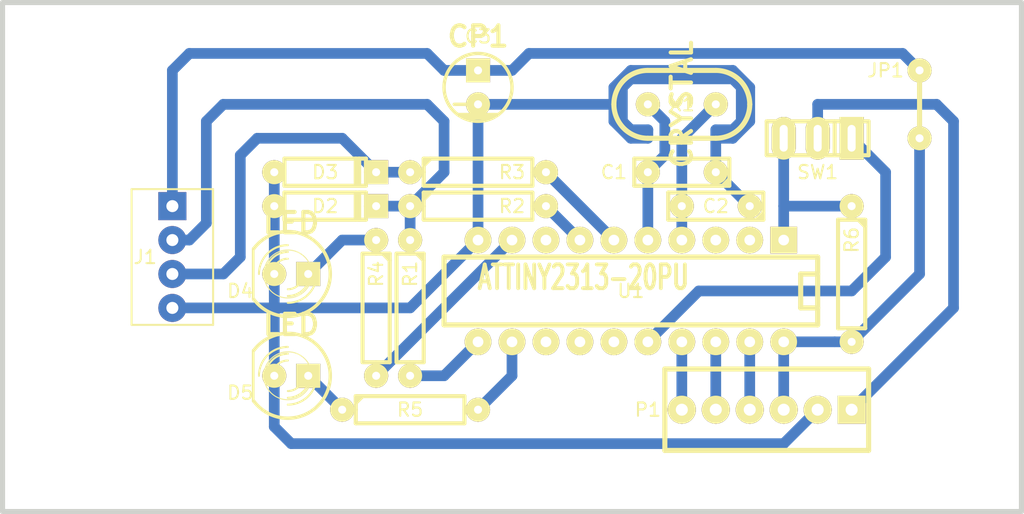
<source format=kicad_pcb>
(kicad_pcb (version 20211014) (generator pcbnew)
  (title_block (date "2014-07-08"))
  (layers (0 "F.Cu" signal "Front") (31 "B.Cu" signal "Cuivre") (34 "B.Paste" user) (35 "F.Paste" user) (36 "B.SilkS" user "B.Silkscreen") (37 "F.SilkS" user "F.Silkscreen") (38 "B.Mask" user) (39 "F.Mask" user) (44 "Edge.Cuts" user))
  (net 0 "")
  (net 1 "Net-(C1-Pad1)")
  (net 2 "Net-(C1-Pad2)")
  (net 3 "Net-(C2-Pad2)")
  (net 4 "Net-(C3-Pad1)")
  (net 5 "Net-(D2-Pad2)")
  (net 6 "Net-(D3-Pad2)")
  (net 7 "Net-(D4-Pad1)")
  (net 8 "Net-(D5-Pad1)")
  (net 9 "Net-(JP1-Pad1)")
  (net 10 "Net-(P1-Pad1)")
  (net 11 "Net-(P1-Pad4)")
  (net 12 "Net-(P1-Pad5)")
  (net 13 "Net-(P1-Pad6)")
  (net 14 "Net-(R1-Pad2)")
  (net 15 "Net-(R2-Pad2)")
  (net 16 "Net-(R3-Pad2)")
  (net 17 "Net-(R4-Pad2)")
  (net 18 "Net-(R5-Pad2)")
  (net 19 "Net-(R6-Pad1)")
  (net 20 "Net-(SW1-Pad1)")
  (net 21 "Net-(U1-Pad2)")
  (net 22 "Net-(U1-Pad3)")
  (net 23 "Net-(U1-Pad8)")
  (net 24 "Net-(U1-Pad13)")
  (net 25 "Net-(U1-Pad14)")
  (net 26 "Net-(U1-Pad15)")
  (footprint "common:USB4" (layer "F.Cu") (at 60.96 72.39 -90)
    (fp_text reference "J1" (at 0 2.032 180) (layer "F.SilkS"))
    (fp_text value "USB_2")
    (fp_line (start 5.08 -3.048) (end 5.08 3.048) (layer "F.SilkS") (width 0.15))
    (fp_line (start -5.08 3.048) (end -5.08 -3.048) (layer "F.SilkS") (width 0.15))
    (fp_line (start -5.08 -3.048) (end 5.08 -3.048) (layer "F.SilkS") (width 0.15))
    (fp_line (start 5.08 3.048) (end -5.08 3.048) (layer "F.SilkS") (width 0.15))
    (pad "1" thru_hole rect locked (at -3.81 0 270) (size 2.1 2.1) (drill 0.9) (layers *.Cu *.Mask) (net 4 "Net-(C3-Pad1)"))
    (pad "2" thru_hole circle locked (at -1.27 0 270) (size 2.1 2.1) (drill 0.9) (layers *.Cu *.Mask) (net 5 "Net-(D2-Pad2)"))
    (pad "3" thru_hole circle locked (at 1.27 0 270) (size 2.1 2.1) (drill 0.9) (layers *.Cu *.Mask) (net 6 "Net-(D3-Pad2)"))
    (pad "4" thru_hole circle locked (at 3.81 0 270) (size 2.1 2.1) (drill 0.9) (layers *.Cu *.Mask) (net 1 "Net-(C1-Pad1)"))
  )
  (footprint "common:C2" (layer "F.Cu") (at 99.06 66.04 180)
    (fp_text reference "C1" (at 5.08 0 180) (layer "F.SilkS"))
    (fp_text value "C" hide)
    (fp_line (start 3.556 1.016) (end -3.556 1.016) (layer "F.SilkS") (width 0.3048))
    (fp_line (start -3.556 -1.016) (end 3.556 -1.016) (layer "F.SilkS") (width 0.3048))
    (fp_line (start -3.556 1.016) (end -3.556 -1.016) (layer "F.SilkS") (width 0.3048))
    (fp_line (start 3.556 -1.016) (end 3.556 1.016) (layer "F.SilkS") (width 0.3048))
    (fp_line (start -3.556 -0.508) (end -3.048 -1.016) (layer "F.SilkS") (width 0.3048))
    (pad "1" thru_hole circle locked (at -2.54 0 180) (size 1.80086 1.80086) (drill 0.59944) (layers *.Cu *.Mask "F.SilkS") (net 1 "Net-(C1-Pad1)"))
    (pad "2" thru_hole circle locked (at 2.54 0 180) (size 1.80086 1.80086) (drill 0.59944) (layers *.Cu *.Mask "F.SilkS") (net 2 "Net-(C1-Pad2)"))
  )
  (footprint "common:C2" (layer "F.Cu") (at 101.6 68.58 180)
    (fp_text reference "C2" (at 0 0 180) (layer "F.SilkS"))
    (fp_text value "C" hide)
    (fp_line (start -3.556 -0.508) (end -3.048 -1.016) (layer "F.SilkS") (width 0.3048))
    (fp_line (start -3.556 -1.016) (end 3.556 -1.016) (layer "F.SilkS") (width 0.3048))
    (fp_line (start 3.556 1.016) (end -3.556 1.016) (layer "F.SilkS") (width 0.3048))
    (fp_line (start 3.556 -1.016) (end 3.556 1.016) (layer "F.SilkS") (width 0.3048))
    (fp_line (start -3.556 1.016) (end -3.556 -1.016) (layer "F.SilkS") (width 0.3048))
    (pad "1" thru_hole circle locked (at -2.54 0 180) (size 1.80086 1.80086) (drill 0.59944) (layers *.Cu *.Mask "F.SilkS") (net 1 "Net-(C1-Pad1)"))
    (pad "2" thru_hole circle locked (at 2.54 0 180) (size 1.80086 1.80086) (drill 0.59944) (layers *.Cu *.Mask "F.SilkS") (net 3 "Net-(C2-Pad2)"))
  )
  (footprint "common:D3" (layer "F.Cu") (at 72.39 68.58)
    (fp_text reference "D2" (at 0 0) (layer "F.SilkS"))
    (fp_text value "ZENER" hide)
    (fp_line (start 2.286 1.016) (end 2.286 -1.016) (layer "F.SilkS") (width 0.3048))
    (fp_line (start -3.048 -1.016) (end -3.048 0) (layer "F.SilkS") (width 0.3048))
    (fp_line (start -3.048 0) (end -3.81 0) (layer "F.SilkS") (width 0.3048))
    (fp_line (start -3.048 1.016) (end 3.048 1.016) (layer "F.SilkS") (width 0.3048))
    (fp_line (start 3.048 -1.016) (end -3.048 -1.016) (layer "F.SilkS") (width 0.3048))
    (fp_line (start 3.81 0) (end 3.048 0) (layer "F.SilkS") (width 0.3048))
    (fp_line (start -3.048 0) (end -3.048 1.016) (layer "F.SilkS") (width 0.3048))
    (fp_line (start 2.54 -1.016) (end 2.54 1.016) (layer "F.SilkS") (width 0.3048))
    (fp_line (start 3.048 1.016) (end 3.048 0) (layer "F.SilkS") (width 0.3048))
    (fp_line (start 3.048 0) (end 3.048 -1.016) (layer "F.SilkS") (width 0.3048))
    (pad "1" thru_hole circle locked (at -3.81 0) (size 1.80086 1.80086) (drill 0.59944) (layers *.Cu *.Mask "F.SilkS") (net 1 "Net-(C1-Pad1)"))
    (pad "2" thru_hole rect locked (at 3.81 0) (size 1.80086 1.80086) (drill 0.59944) (layers *.Cu *.Mask "F.SilkS") (net 5 "Net-(D2-Pad2)"))
  )
  (footprint "common:D3" (layer "F.Cu") (at 72.39 66.04)
    (fp_text reference "D3" (at 0 0) (layer "F.SilkS"))
    (fp_text value "ZENER" hide)
    (fp_line (start 2.286 1.016) (end 2.286 -1.016) (layer "F.SilkS") (width 0.3048))
    (fp_line (start 3.048 1.016) (end 3.048 0) (layer "F.SilkS") (width 0.3048))
    (fp_line (start 3.048 0) (end 3.048 -1.016) (layer "F.SilkS") (width 0.3048))
    (fp_line (start -3.048 -1.016) (end -3.048 0) (layer "F.SilkS") (width 0.3048))
    (fp_line (start 3.048 -1.016) (end -3.048 -1.016) (layer "F.SilkS") (width 0.3048))
    (fp_line (start 3.81 0) (end 3.048 0) (layer "F.SilkS") (width 0.3048))
    (fp_line (start 2.54 -1.016) (end 2.54 1.016) (layer "F.SilkS") (width 0.3048))
    (fp_line (start -3.048 0) (end -3.81 0) (layer "F.SilkS") (width 0.3048))
    (fp_line (start -3.048 0) (end -3.048 1.016) (layer "F.SilkS") (width 0.3048))
    (fp_line (start -3.048 1.016) (end 3.048 1.016) (layer "F.SilkS") (width 0.3048))
    (pad "1" thru_hole circle locked (at -3.81 0) (size 1.80086 1.80086) (drill 0.59944) (layers *.Cu *.Mask "F.SilkS") (net 1 "Net-(C1-Pad1)"))
    (pad "2" thru_hole rect locked (at 3.81 0) (size 1.80086 1.80086) (drill 0.59944) (layers *.Cu *.Mask "F.SilkS") (net 6 "Net-(D3-Pad2)"))
  )
  (footprint "common:LED-5MM" (layer "F.Cu") (at 69.85 73.66 180)
    (fp_text reference "D4" (at 3.81 -1.27 180) (layer "F.SilkS"))
    (fp_text value "LED" (at 0 3.81 180) (layer "F.SilkS") (effects (font (size 1.524 1.524) (thickness 0.3048))))
    (fp_line (start 2.8448 1.905) (end 2.8448 -1.905) (layer "F.SilkS") (width 0.2032))
    (fp_arc (start 2.794 1.905) (mid -2.921 0.001668) (end 2.791997 -1.907668) (layer "F.SilkS") (width 0.254))
    (fp_arc (start -1.397 0) (mid -0.913433 -1.167433) (end 0.254 -1.651) (layer "F.SilkS") (width 0.1524))
    (fp_arc (start -0.889 0) (mid -0.554223 -0.808223) (end 0.254 -1.143) (layer "F.SilkS") (width 0.1524))
    (fp_arc (start -1.905 0) (mid -1.272644 -1.526644) (end 0.254 -2.159) (layer "F.SilkS") (width 0.1524))
    (fp_arc (start 1.905 0) (mid 1.421433 1.167433) (end 0.254 1.651) (layer "F.SilkS") (width 0.1524))
    (fp_arc (start 2.413 0) (mid 1.780644 1.526644) (end 0.254 2.159) (layer "F.SilkS") (width 0.1524))
    (fp_arc (start 1.397 0) (mid 1.062223 0.808223) (end 0.254 1.143) (layer "F.SilkS") (width 0.1524))
    (fp_circle (center 0.254 0) (end -1.016 1.27) (layer "F.SilkS") (width 0.0762) (fill none))
    (pad "1" thru_hole rect locked (at -1.27 0 180) (size 1.80086 1.80086) (drill 0.59944) (layers *.Cu "F.Paste" "F.SilkS" "F.Mask") (net 7 "Net-(D4-Pad1)"))
    (pad "2" thru_hole circle locked (at 1.27 0 180) (size 1.80086 1.80086) (drill 0.59944) (layers *.Cu "F.Paste" "F.SilkS" "F.Mask") (net 1 "Net-(C1-Pad1)"))
  )
  (footprint "common:LED-5MM" (layer "F.Cu") (at 69.85 81.28 180)
    (fp_text reference "D5" (at 3.81 -1.27 180) (layer "F.SilkS"))
    (fp_text value "LED" (at 0 3.81 180) (layer "F.SilkS") (effects (font (size 1.524 1.524) (thickness 0.3048))))
    (fp_line (start 2.8448 1.905) (end 2.8448 -1.905) (layer "F.SilkS") (width 0.2032))
    (fp_arc (start 1.905 0) (mid 1.421433 1.167433) (end 0.254 1.651) (layer "F.SilkS") (width 0.1524))
    (fp_arc (start -1.905 0) (mid -1.272644 -1.526644) (end 0.254 -2.159) (layer "F.SilkS") (width 0.1524))
    (fp_arc (start 1.397 0) (mid 1.062223 0.808223) (end 0.254 1.143) (layer "F.SilkS") (width 0.1524))
    (fp_arc (start 2.413 0) (mid 1.780644 1.526644) (end 0.254 2.159) (layer "F.SilkS") (width 0.1524))
    (fp_arc (start -0.889 0) (mid -0.554223 -0.808223) (end 0.254 -1.143) (layer "F.SilkS") (width 0.1524))
    (fp_arc (start 2.794 1.905) (mid -2.921 0.001668) (end 2.791997 -1.907668) (layer "F.SilkS") (width 0.254))
    (fp_arc (start -1.397 0) (mid -0.913433 -1.167433) (end 0.254 -1.651) (layer "F.SilkS") (width 0.1524))
    (fp_circle (center 0.254 0) (end -1.016 1.27) (layer "F.SilkS") (width 0.0762) (fill none))
    (pad "1" thru_hole rect locked (at -1.27 0 180) (size 1.80086 1.80086) (drill 0.59944) (layers *.Cu "F.Paste" "F.SilkS" "F.Mask") (net 8 "Net-(D5-Pad1)"))
    (pad "2" thru_hole circle locked (at 1.27 0 180) (size 1.80086 1.80086) (drill 0.59944) (layers *.Cu "F.Paste" "F.SilkS" "F.Mask") (net 1 "Net-(C1-Pad1)"))
  )
  (footprint "common:R4" (layer "F.Cu") (at 78.74 76.2 -90)
    (fp_text reference "R1" (at -2.54 0 90) (layer "F.SilkS"))
    (fp_text value "R" hide)
    (fp_line (start -4.064 -0.508) (end -3.556 -1.016) (layer "F.SilkS") (width 0.3048))
    (fp_line (start -4.064 0) (end -4.064 -1.016) (layer "F.SilkS") (width 0.3048))
    (fp_line (start 4.064 1.016) (end -4.064 1.016) (layer "F.SilkS") (width 0.3048))
    (fp_line (start -5.08 0) (end -4.064 0) (layer "F.SilkS") (width 0.3048))
    (fp_line (start -4.064 -1.016) (end 4.064 -1.016) (layer "F.SilkS") (width 0.3048))
    (fp_line (start 4.064 -1.016) (end 4.064 1.016) (layer "F.SilkS") (width 0.3048))
    (fp_line (start -4.064 1.016) (end -4.064 0) (layer "F.SilkS") (width 0.3048))
    (fp_line (start 5.08 0) (end 4.064 0) (layer "F.SilkS") (width 0.3048))
    (pad "1" thru_hole circle locked (at -5.08 0 270) (size 1.80086 1.80086) (drill 0.59944) (layers *.Cu *.Mask "F.SilkS") (net 5 "Net-(D2-Pad2)"))
    (pad "2" thru_hole circle locked (at 5.08 0 270) (size 1.80086 1.80086) (drill 0.59944) (layers *.Cu *.Mask "F.SilkS") (net 14 "Net-(R1-Pad2)"))
  )
  (footprint "common:R4" (layer "F.Cu") (at 83.82 68.58)
    (fp_text reference "R2" (at 2.54 0) (layer "F.SilkS"))
    (fp_text value "R" hide)
    (fp_line (start 5.08 0) (end 4.064 0) (layer "F.SilkS") (width 0.3048))
    (fp_line (start -5.08 0) (end -4.064 0) (layer "F.SilkS") (width 0.3048))
    (fp_line (start -4.064 0) (end -4.064 -1.016) (layer "F.SilkS") (width 0.3048))
    (fp_line (start -4.064 1.016) (end -4.064 0) (layer "F.SilkS") (width 0.3048))
    (fp_line (start 4.064 -1.016) (end 4.064 1.016) (layer "F.SilkS") (width 0.3048))
    (fp_line (start 4.064 1.016) (end -4.064 1.016) (layer "F.SilkS") (width 0.3048))
    (fp_line (start -4.064 -0.508) (end -3.556 -1.016) (layer "F.SilkS") (width 0.3048))
    (fp_line (start -4.064 -1.016) (end 4.064 -1.016) (layer "F.SilkS") (width 0.3048))
    (pad "1" thru_hole circle locked (at -5.08 0) (size 1.80086 1.80086) (drill 0.59944) (layers *.Cu *.Mask "F.SilkS") (net 5 "Net-(D2-Pad2)"))
    (pad "2" thru_hole circle locked (at 5.08 0) (size 1.80086 1.80086) (drill 0.59944) (layers *.Cu *.Mask "F.SilkS") (net 15 "Net-(R2-Pad2)"))
  )
  (footprint "common:R4" (layer "F.Cu") (at 83.82 66.04)
    (fp_text reference "R3" (at 2.54 0) (layer "F.SilkS"))
    (fp_text value "R" hide)
    (fp_line (start 4.064 1.016) (end -4.064 1.016) (layer "F.SilkS") (width 0.3048))
    (fp_line (start 4.064 -1.016) (end 4.064 1.016) (layer "F.SilkS") (width 0.3048))
    (fp_line (start -4.064 -0.508) (end -3.556 -1.016) (layer "F.SilkS") (width 0.3048))
    (fp_line (start -4.064 -1.016) (end 4.064 -1.016) (layer "F.SilkS") (width 0.3048))
    (fp_line (start -4.064 0) (end -4.064 -1.016) (layer "F.SilkS") (width 0.3048))
    (fp_line (start 5.08 0) (end 4.064 0) (layer "F.SilkS") (width 0.3048))
    (fp_line (start -4.064 1.016) (end -4.064 0) (layer "F.SilkS") (width 0.3048))
    (fp_line (start -5.08 0) (end -4.064 0) (layer "F.SilkS") (width 0.3048))
    (pad "1" thru_hole circle locked (at -5.08 0) (size 1.80086 1.80086) (drill 0.59944) (layers *.Cu *.Mask "F.SilkS") (net 6 "Net-(D3-Pad2)"))
    (pad "2" thru_hole circle locked (at 5.08 0) (size 1.80086 1.80086) (drill 0.59944) (layers *.Cu *.Mask "F.SilkS") (net 16 "Net-(R3-Pad2)"))
  )
  (footprint "common:R4" (layer "F.Cu") (at 76.2 76.2 -90)
    (fp_text reference "R4" (at -2.54 0 90) (layer "F.SilkS"))
    (fp_text value "R" hide)
    (fp_line (start -4.064 1.016) (end -4.064 0) (layer "F.SilkS") (width 0.3048))
    (fp_line (start -5.08 0) (end -4.064 0) (layer "F.SilkS") (width 0.3048))
    (fp_line (start -4.064 -1.016) (end 4.064 -1.016) (layer "F.SilkS") (width 0.3048))
    (fp_line (start 4.064 1.016) (end -4.064 1.016) (layer "F.SilkS") (width 0.3048))
    (fp_line (start -4.064 -0.508) (end -3.556 -1.016) (layer "F.SilkS") (width 0.3048))
    (fp_line (start -4.064 0) (end -4.064 -1.016) (layer "F.SilkS") (width 0.3048))
    (fp_line (start 4.064 -1.016) (end 4.064 1.016) (layer "F.SilkS") (width 0.3048))
    (fp_line (start 5.08 0) (end 4.064 0) (layer "F.SilkS") (width 0.3048))
    (pad "1" thru_hole circle locked (at -5.08 0 270) (size 1.80086 1.80086) (drill 0.59944) (layers *.Cu *.Mask "F.SilkS") (net 7 "Net-(D4-Pad1)"))
    (pad "2" thru_hole circle locked (at 5.08 0 270) (size 1.80086 1.80086) (drill 0.59944) (layers *.Cu *.Mask "F.SilkS") (net 17 "Net-(R4-Pad2)"))
  )
  (footprint "common:R4" (layer "F.Cu") (at 78.74 83.82)
    (fp_text reference "R5" (at 0 0) (layer "F.SilkS"))
    (fp_text value "R" hide)
    (fp_line (start -4.064 1.016) (end -4.064 0) (layer "F.SilkS") (width 0.3048))
    (fp_line (start 4.064 1.016) (end -4.064 1.016) (layer "F.SilkS") (width 0.3048))
    (fp_line (start -5.08 0) (end -4.064 0) (layer "F.SilkS") (width 0.3048))
    (fp_line (start 5.08 0) (end 4.064 0) (layer "F.SilkS") (width 0.3048))
    (fp_line (start -4.064 -0.508) (end -3.556 -1.016) (layer "F.SilkS") (width 0.3048))
    (fp_line (start -4.064 -1.016) (end 4.064 -1.016) (layer "F.SilkS") (width 0.3048))
    (fp_line (start 4.064 -1.016) (end 4.064 1.016) (layer "F.SilkS") (width 0.3048))
    (fp_line (start -4.064 0) (end -4.064 -1.016) (layer "F.SilkS") (width 0.3048))
    (pad "1" thru_hole circle locked (at -5.08 0) (size 1.80086 1.80086) (drill 0.59944) (layers *.Cu *.Mask "F.SilkS") (net 8 "Net-(D5-Pad1)"))
    (pad "2" thru_hole circle locked (at 5.08 0) (size 1.80086 1.80086) (drill 0.59944) (layers *.Cu *.Mask "F.SilkS") (net 18 "Net-(R5-Pad2)"))
  )
  (footprint "common:R4" (layer "F.Cu") (at 111.76 73.66 -90)
    (fp_text reference "R6" (at -2.54 0 90) (layer "F.SilkS"))
    (fp_text value "R" hide)
    (fp_line (start -5.08 0) (end -4.064 0) (layer "F.SilkS") (width 0.3048))
    (fp_line (start -4.064 -0.508) (end -3.556 -1.016) (layer "F.SilkS") (width 0.3048))
    (fp_line (start -4.064 1.016) (end -4.064 0) (layer "F.SilkS") (width 0.3048))
    (fp_line (start 4.064 1.016) (end -4.064 1.016) (layer "F.SilkS") (width 0.3048))
    (fp_line (start -4.064 0) (end -4.064 -1.016) (layer "F.SilkS") (width 0.3048))
    (fp_line (start 4.064 -1.016) (end 4.064 1.016) (layer "F.SilkS") (width 0.3048))
    (fp_line (start 5.08 0) (end 4.064 0) (layer "F.SilkS") (width 0.3048))
    (fp_line (start -4.064 -1.016) (end 4.064 -1.016) (layer "F.SilkS") (width 0.3048))
    (pad "1" thru_hole circle locked (at -5.08 0 270) (size 1.80086 1.80086) (drill 0.59944) (layers *.Cu *.Mask "F.SilkS") (net 19 "Net-(R6-Pad1)"))
    (pad "2" thru_hole circle locked (at 5.08 0 270) (size 1.80086 1.80086) (drill 0.59944) (layers *.Cu *.Mask "F.SilkS") (net 9 "Net-(JP1-Pad1)"))
  )
  (footprint "common:MICROSWITCH_SPST" (layer "F.Cu") (at 109.22 63.5 180)
    (fp_text reference "SW1" (at 0 -2.54 180) (layer "F.SilkS"))
    (fp_text value "SWITCH_INV" hide)
    (fp_line (start -1.27 -1.27) (end -1.27 1.27) (layer "F.SilkS") (width 0.3048))
    (fp_line (start -3.81 1.27) (end -3.81 -1.27) (layer "F.SilkS") (width 0.3048))
    (fp_line (start 3.81 1.27) (end -3.81 1.27) (layer "F.SilkS") (width 0.3048))
    (fp_line (start 3.81 -1.27) (end 3.81 1.27) (layer "F.SilkS") (width 0.3048))
    (fp_line (start -3.81 -1.27) (end 3.81 -1.27) (layer "F.SilkS") (width 0.3048))
    (pad "1" thru_hole rect locked (at -2.54 0 180) (size 1.80086 3.2004) (drill oval 0.59944 1.99898) (layers *.Cu *.Mask "F.SilkS") (net 20 "Net-(SW1-Pad1)"))
    (pad "2" thru_hole oval locked (at 0 0 180) (size 1.80086 3.2004) (drill oval 0.59944 1.99898) (layers *.Cu *.Mask "F.SilkS") (net 10 "Net-(P1-Pad1)"))
    (pad "3" thru_hole oval locked (at 2.54 0 180) (size 1.80086 3.2004) (drill oval 0.59944 1.99898) (layers *.Cu *.Mask "F.SilkS") (net 19 "Net-(R6-Pad1)"))
  )
  (footprint "common:DIP-20__300" (layer "F.Cu") (at 95.25 74.93 180)
    (fp_text reference "U1" (at 0 0 180) (layer "F.SilkS"))
    (fp_text value "ATTINY2313-20PU" (at 3.556 1.016 180) (layer "F.SilkS") (effects (font (size 1.778 1.143) (thickness 0.28702))))
    (fp_line (start -13.97 -1.27) (end -12.7 -1.27) (layer "F.SilkS") (width 0.381))
    (fp_line (start -12.7 -1.27) (end -12.7 1.27) (layer "F.SilkS") (width 0.381))
    (fp_line (start -13.97 -2.54) (end 13.97 -2.54) (layer "F.SilkS") (width 0.381))
    (fp_line (start 13.97 -2.54) (end 13.97 2.54) (layer "F.SilkS") (width 0.381))
    (fp_line (start 13.97 2.54) (end -13.97 2.54) (layer "F.SilkS") (width 0.381))
    (fp_line (start -12.7 1.27) (end -13.97 1.27) (layer "F.SilkS") (width 0.381))
    (fp_line (start -13.97 2.54) (end -13.97 -2.54) (layer "F.SilkS") (width 0.381))
    (pad "1" thru_hole rect locked (at -11.43 3.81 180) (size 1.99898 1.99898) (drill 0.8001) (layers *.Cu *.Mask "F.SilkS") (net 19 "Net-(R6-Pad1)"))
    (pad "2" thru_hole circle locked (at -8.89 3.81 180) (size 1.99898 1.99898) (drill 0.8001) (layers *.Cu *.Mask "F.SilkS") (net 21 "Net-(U1-Pad2)"))
    (pad "3" thru_hole circle locked (at -6.35 3.81 180) (size 1.99898 1.99898) (drill 0.8001) (layers *.Cu *.Mask "F.SilkS") (net 22 "Net-(U1-Pad3)"))
    (pad "4" thru_hole circle locked (at -3.81 3.81 180) (size 1.99898 1.99898) (drill 0.8001) (layers *.Cu *.Mask "F.SilkS") (net 3 "Net-(C2-Pad2)"))
    (pad "5" thru_hole circle locked (at -1.27 3.81 180) (size 1.99898 1.99898) (drill 0.8001) (layers *.Cu *.Mask "F.SilkS") (net 2 "Net-(C1-Pad2)"))
    (pad "6" thru_hole circle locked (at 1.27 3.81 180) (size 1.99898 1.99898) (drill 0.8001) (layers *.Cu *.Mask "F.SilkS") (net 16 "Net-(R3-Pad2)"))
    (pad "7" thru_hole circle locked (at 3.81 3.81 180) (size 1.99898 1.99898) (drill 0.8001) (layers *.Cu *.Mask "F.SilkS") (net 15 "Net-(R2-Pad2)"))
    (pad "8" thru_hole circle locked (at 6.35 3.81 180) (size 1.99898 1.99898) (drill 0.8001) (layers *.Cu *.Mask "F.SilkS") (net 23 "Net-(U1-Pad8)"))
    (pad "9" thru_hole circle locked (at 8.89 3.81 180) (size 1.99898 1.99898) (drill 0.8001) (layers *.Cu *.Mask "F.SilkS") (net 17 "Net-(R4-Pad2)"))
    (pad "10" thru_hole circle locked (at 11.43 3.81 180) (size 1.99898 1.99898) (drill 0.8001) (layers *.Cu *.Mask "F.SilkS") (net 1 "Net-(C1-Pad1)"))
    (pad "11" thru_hole circle locked (at 11.43 -3.81 180) (size 1.99898 1.99898) (drill 0.8001) (layers *.Cu *.Mask "F.SilkS") (net 14 "Net-(R1-Pad2)"))
    (pad "12" thru_hole circle locked (at 8.89 -3.81 180) (size 1.99898 1.99898) (drill 0.8001) (layers *.Cu *.Mask "F.SilkS") (net 18 "Net-(R5-Pad2)"))
    (pad "13" thru_hole circle locked (at 6.35 -3.81 180) (size 1.99898 1.99898) (drill 0.8001) (layers *.Cu *.Mask "F.SilkS") (net 24 "Net-(U1-Pad13)"))
    (pad "14" thru_hole circle locked (at 3.81 -3.81 180) (size 1.99898 1.99898) (drill 0.8001) (layers *.Cu *.Mask "F.SilkS") (net 25 "Net-(U1-Pad14)"))
    (pad "15" thru_hole circle locked (at 1.27 -3.81 180) (size 1.99898 1.99898) (drill 0.8001) (layers *.Cu *.Mask "F.SilkS") (net 26 "Net-(U1-Pad15)"))
    (pad "16" thru_hole circle locked (at -1.27 -3.81 180) (size 1.99898 1.99898) (drill 0.8001) (layers *.Cu *.Mask "F.SilkS") (net 20 "Net-(SW1-Pad1)"))
    (pad "17" thru_hole circle locked (at -3.81 -3.81 180) (size 1.99898 1.99898) (drill 0.8001) (layers *.Cu *.Mask "F.SilkS") (net 13 "Net-(P1-Pad6)"))
    (pad "18" thru_hole circle locked (at -6.35 -3.81 180) (size 1.99898 1.99898) (drill 0.8001) (layers *.Cu *.Mask "F.SilkS") (net 12 "Net-(P1-Pad5)"))
    (pad "19" thru_hole circle locked (at -8.89 -3.81 180) (size 1.99898 1.99898) (drill 0.8001) (layers *.Cu *.Mask "F.SilkS") (net 11 "Net-(P1-Pad4)"))
    (pad "20" thru_hole circle locked (at -11.43 -3.81 180) (size 1.99898 1.99898) (drill 0.8001) (layers *.Cu *.Mask "F.SilkS") (net 9 "Net-(JP1-Pad1)"))
  )
  (footprint "common:QUARTZ" (layer "F.Cu") (at 99.06 60.96 90)
    (fp_text reference "X1" (at 0 0) (layer "F.SilkS"))
    (fp_text value "CRYSTAL" (at 0 0 270) (layer "F.SilkS") (effects (font (size 1.524 1.524) (thickness 0.3048))))
    (fp_line (start 2.54 -2.54) (end 2.54 2.54) (layer "F.SilkS") (width 0.381))
    (fp_line (start -2.54 -2.54) (end -2.54 2.54) (layer "F.SilkS") (width 0.381))
    (fp_arc (start 2.54 2.54) (mid 1.796051 4.336051) (end 0 5.08) (layer "F.SilkS") (width 0.381))
    (fp_arc (start 0 -5.08) (mid 1.796051 -4.336051) (end 2.54 -2.54) (layer "F.SilkS") (width 0.381))
    (fp_arc (start -2.54 -2.54) (mid -1.796051 -4.336051) (end 0 -5.08) (layer "F.SilkS") (width 0.381))
    (fp_arc (start 0 5.08) (mid -1.796051 4.336051) (end -2.54 2.54) (layer "F.SilkS") (width 0.381))
    (pad "1" thru_hole circle locked (at 0 -2.54 90) (size 1.80086 1.80086) (drill 0.59944) (layers *.Cu *.Mask "F.SilkS") (net 2 "Net-(C1-Pad2)"))
    (pad "2" thru_hole circle locked (at 0 2.54 90) (size 1.80086 1.80086) (drill 0.59944) (layers *.Cu *.Mask "F.SilkS") (net 3 "Net-(C2-Pad2)"))
  )
  (footprint "common:BR2" (layer "F.Cu") (at 116.84 60.96 90)
    (fp_text reference "JP1" (at 2.54 -2.54) (layer "F.SilkS"))
    (fp_text value "BREAKER" hide)
    (fp_line (start -2.54 0) (end 2.54 0) (layer "F.SilkS") (width 0.381))
    (pad "1" thru_hole circle locked (at -2.54 0 90) (size 1.80086 1.80086) (drill 0.59944) (layers *.Cu *.Mask "F.SilkS") (net 9 "Net-(JP1-Pad1)"))
    (pad "2" thru_hole circle locked (at 2.54 0 90) (size 1.80086 1.80086) (drill 0.59944) (layers *.Cu *.Mask "F.SilkS") (net 4 "Net-(C3-Pad1)"))
  )
  (footprint "common:CP_5x11mm" (layer "F.Cu") (at 83.82 59.69 180)
    (fp_text reference "C3" (at 0 3.81 180) (layer "F.SilkS"))
    (fp_text value "CP1" (at 0 3.81 180) (layer "F.SilkS") (effects (font (size 1.524 1.524) (thickness 0.3048))))
    (fp_line (start -1.016 -2.286) (end -1.016 -2.159) (layer "F.SilkS") (width 0.254))
    (fp_line (start -1.016 -2.159) (end 1.016 -2.159) (layer "F.SilkS") (width 0.254))
    (fp_line (start 1.016 -2.286) (end -1.016 -2.286) (layer "F.SilkS") (width 0.254))
    (fp_line (start -1.524 -2.032) (end 1.524 -2.032) (layer "F.SilkS") (width 0.254))
    (fp_line (start 0.889 -1.27) (end 1.778 -1.27) (layer "F.SilkS") (width 0.254))
    (fp_circle (center 0 0) (end -2.54 0) (layer "F.SilkS") (width 0.254) (fill none))
    (pad "1" thru_hole rect locked (at 0 1.27 180) (size 1.80086 1.80086) (drill 0.59944) (layers *.Cu *.Mask "F.SilkS") (net 4 "Net-(C3-Pad1)"))
    (pad "2" thru_hole circle locked (at 0 -1.27 180) (size 1.80086 1.80086) (drill 0.59944) (layers *.Cu *.Mask "F.SilkS") (net 1 "Net-(C1-Pad1)"))
  )
  (footprint "common:PIN_ARRAY_6X1" (layer "F.Cu") (at 105.41 83.82 180)
    (fp_text reference "P1" (at 8.89 0 180) (layer "F.SilkS"))
    (fp_text value "CONN_6" hide)
    (fp_line (start -7.62 3.048) (end -7.62 -3.048) (layer "F.SilkS") (width 0.381))
    (fp_line (start 7.62 -3.048) (end 7.62 3.048) (layer "F.SilkS") (width 0.381))
    (fp_line (start -7.62 -3.048) (end 7.62 -3.048) (layer "F.SilkS") (width 0.381))
    (fp_line (start 7.62 3.048) (end -7.62 3.048) (layer "F.SilkS") (width 0.381))
    (pad "1" thru_hole rect locked (at -6.35 0 180) (size 2.10058 2.10058) (drill 0.89916) (layers *.Cu *.Mask "F.SilkS") (net 10 "Net-(P1-Pad1)"))
    (pad "2" thru_hole circle locked (at -3.81 0 180) (size 2.10058 2.10058) (drill 0.89916) (layers *.Cu *.Mask "F.SilkS") (net 1 "Net-(C1-Pad1)"))
    (pad "3" thru_hole circle locked (at -1.27 0 180) (size 2.10058 2.10058) (drill 0.89916) (layers *.Cu *.Mask "F.SilkS") (net 9 "Net-(JP1-Pad1)"))
    (pad "4" thru_hole circle locked (at 1.27 0 180) (size 2.10058 2.10058) (drill 0.89916) (layers *.Cu *.Mask "F.SilkS") (net 11 "Net-(P1-Pad4)"))
    (pad "5" thru_hole circle locked (at 3.81 0 180) (size 2.10058 2.10058) (drill 0.89916) (layers *.Cu *.Mask "F.SilkS") (net 12 "Net-(P1-Pad5)"))
    (pad "6" thru_hole circle locked (at 6.35 0 180) (size 2.10058 2.10058) (drill 0.89916) (layers *.Cu *.Mask "F.SilkS") (net 13 "Net-(P1-Pad6)"))
  )
  (gr_line (start 48.26 53.34) (end 48.26 91.44) (layer "Edge.Cuts") (width 0.381))
  (gr_line (start 124.46 53.34) (end 48.26 53.34) (layer "Edge.Cuts") (width 0.381))
  (gr_line (start 124.46 91.44) (end 124.46 53.34) (layer "Edge.Cuts") (width 0.381))
  (gr_line (start 124.46 91.44) (end 48.26 91.44) (layer "Edge.Cuts") (width 0.381))
  (segment (start 103.505 62.23) (end 103.505 59.69) (width 0.8) (layer "B.Cu") (net 1))
  (segment (start 103.505 59.69) (end 102.87 59.055) (width 0.8) (layer "B.Cu") (net 1))
  (segment (start 104.14 59.69) (end 104.14 62.23) (width 0.8) (layer "B.Cu") (net 1))
  (segment (start 104.14 62.23) (end 102.87 63.5) (width 0.8) (layer "B.Cu") (net 1))
  (segment (start 94.615 62.23) (end 95.25 62.865) (width 0.8) (layer "B.Cu") (net 1))
  (segment (start 94.615 59.69) (end 94.615 62.23) (width 0.8) (layer "B.Cu") (net 1))
  (segment (start 95.25 58.42) (end 93.98 59.69) (width 0.8) (layer "B.Cu") (net 1))
  (segment (start 78.74 76.2) (end 68.58 76.2) (width 0.8) (layer "B.Cu") (net 1))
  (segment (start 96.52 63.5) (end 95.25 63.5) (width 0.8) (layer "B.Cu") (net 1))
  (segment (start 102.87 63.5) (end 101.6 63.5) (width 0.8) (layer "B.Cu") (net 1))
  (segment (start 83.82 71.12) (end 78.74 76.2) (width 0.8) (layer "B.Cu") (net 1))
  (segment (start 102.87 63.5) (end 102.87 63.5) (width 0.8) (layer "B.Cu") (net 1))
  (segment (start 93.98 60.96) (end 93.98 59.69) (width 0.8) (layer "B.Cu") (net 1))
  (segment (start 101.6 66.04) (end 104.14 68.58) (width 0.8) (layer "B.Cu") (net 1))
  (segment (start 95.25 59.055) (end 94.615 59.69) (width 0.8) (layer "B.Cu") (net 1))
  (segment (start 68.58 66.04) (end 68.58 68.58) (width 0.8) (layer "B.Cu") (net 1))
  (segment (start 102.87 62.865) (end 103.505 62.23) (width 0.8) (layer "B.Cu") (net 1))
  (segment (start 102.87 58.42) (end 95.25 58.42) (width 0.8) (layer "B.Cu") (net 1))
  (segment (start 83.82 71.12) (end 83.82 60.96) (width 0.8) (layer "B.Cu") (net 1))
  (segment (start 93.98 62.23) (end 93.98 60.96) (width 0.8) (layer "B.Cu") (net 1))
  (segment (start 102.87 58.42) (end 104.14 59.69) (width 0.8) (layer "B.Cu") (net 1))
  (segment (start 68.58 81.28) (end 68.58 76.2) (width 0.8) (layer "B.Cu") (net 1))
  (segment (start 102.87 59.055) (end 95.25 59.055) (width 0.8) (layer "B.Cu") (net 1))
  (segment (start 95.25 62.865) (end 96.52 62.865) (width 0.8) (layer "B.Cu") (net 1))
  (segment (start 68.58 68.58) (end 68.58 73.66) (width 0.8) (layer "B.Cu") (net 1))
  (segment (start 93.98 60.96) (end 83.82 60.96) (width 0.8) (layer "B.Cu") (net 1))
  (segment (start 68.58 76.2) (end 68.58 75.946) (width 0.8) (layer "B.Cu") (net 1))
  (segment (start 69.85 86.36) (end 68.58 85.09) (width 0.8) (layer "B.Cu") (net 1))
  (segment (start 68.58 73.66) (end 68.58 76.2) (width 0.8) (layer "B.Cu") (net 1))
  (segment (start 68.58 85.09) (end 68.58 81.28) (width 0.8) (layer "B.Cu") (net 1))
  (segment (start 106.68 86.36) (end 69.85 86.36) (width 0.8) (layer "B.Cu") (net 1))
  (segment (start 101.6 62.865) (end 102.87 62.865) (width 0.8) (layer "B.Cu") (net 1))
  (segment (start 101.6 63.5) (end 101.6 62.865) (width 0.8) (layer "B.Cu") (net 1))
  (segment (start 95.25 63.5) (end 93.98 62.23) (width 0.8) (layer "B.Cu") (net 1))
  (segment (start 109.22 83.82) (end 106.68 86.36) (width 0.8) (layer "B.Cu") (net 1))
  (segment (start 60.96 76.2) (end 68.58 76.2) (width 0.8) (layer "B.Cu") (net 1))
  (segment (start 96.52 62.865) (end 96.52 63.5) (width 0.8) (layer "B.Cu") (net 1))
  (segment (start 101.6 63.5) (end 101.6 66.04) (width 0.8) (layer "B.Cu") (net 1))
  (segment (start 96.52 60.96) (end 97.79 62.23) (width 0.8) (layer "B.Cu") (net 2))
  (segment (start 96.52 66.04) (end 96.52 71.12) (width 0.8) (layer "B.Cu") (net 2))
  (segment (start 97.79 62.23) (end 97.79 64.77) (width 0.8) (layer "B.Cu") (net 2))
  (segment (start 97.79 64.77) (end 96.52 66.04) (width 0.8) (layer "B.Cu") (net 2))
  (segment (start 99.06 63.5) (end 101.6 60.96) (width 0.8) (layer "B.Cu") (net 3))
  (segment (start 99.06 68.58) (end 99.06 63.5) (width 0.8) (layer "B.Cu") (net 3))
  (segment (start 99.06 71.12) (end 99.06 68.58) (width 0.8) (layer "B.Cu") (net 3))
  (segment (start 60.96 58.42) (end 60.96 68.58) (width 0.8) (layer "B.Cu") (net 4))
  (segment (start 81.28 58.42) (end 80.01 57.15) (width 0.8) (layer "B.Cu") (net 4))
  (segment (start 86.36 58.42) (end 83.82 58.42) (width 0.8) (layer "B.Cu") (net 4))
  (segment (start 83.82 58.42) (end 81.28 58.42) (width 0.8) (layer "B.Cu") (net 4))
  (segment (start 116.84 58.42) (end 115.57 57.15) (width 0.8) (layer "B.Cu") (net 4))
  (segment (start 87.63 57.15) (end 86.36 58.42) (width 0.8) (layer "B.Cu") (net 4))
  (segment (start 62.23 57.15) (end 60.96 58.42) (width 0.8) (layer "B.Cu") (net 4))
  (segment (start 80.01 57.15) (end 62.23 57.15) (width 0.8) (layer "B.Cu") (net 4))
  (segment (start 115.57 57.15) (end 87.63 57.15) (width 0.8) (layer "B.Cu") (net 4))
  (segment (start 63.5 62.23) (end 63.5 69.85) (width 0.8) (layer "B.Cu") (net 5))
  (segment (start 78.74 68.58) (end 78.74 71.12) (width 0.8) (layer "B.Cu") (net 5))
  (segment (start 78.74 68.58) (end 81.28 66.04) (width 0.8) (layer "B.Cu") (net 5))
  (segment (start 81.28 62.23) (end 80.01 60.96) (width 0.8) (layer "B.Cu") (net 5))
  (segment (start 81.28 66.04) (end 81.28 62.23) (width 0.8) (layer "B.Cu") (net 5))
  (segment (start 62.23 71.12) (end 60.96 71.12) (width 0.8) (layer "B.Cu") (net 5))
  (segment (start 64.77 60.96) (end 63.5 62.23) (width 0.8) (layer "B.Cu") (net 5))
  (segment (start 63.5 69.85) (end 62.23 71.12) (width 0.8) (layer "B.Cu") (net 5))
  (segment (start 76.2 68.58) (end 78.74 68.58) (width 0.8) (layer "B.Cu") (net 5))
  (segment (start 80.01 60.96) (end 64.77 60.96) (width 0.8) (layer "B.Cu") (net 5))
  (segment (start 78.74 66.04) (end 76.2 66.04) (width 0.8) (layer "B.Cu") (net 6))
  (segment (start 66.04 72.39) (end 64.77 73.66) (width 0.8) (layer "B.Cu") (net 6))
  (segment (start 64.77 73.66) (end 60.96 73.66) (width 0.8) (layer "B.Cu") (net 6))
  (segment (start 73.66 63.5) (end 67.31 63.5) (width 0.8) (layer "B.Cu") (net 6))
  (segment (start 66.04 64.77) (end 66.04 72.39) (width 0.8) (layer "B.Cu") (net 6))
  (segment (start 67.31 63.5) (end 66.04 64.77) (width 0.8) (layer "B.Cu") (net 6))
  (segment (start 76.2 66.04) (end 73.66 63.5) (width 0.8) (layer "B.Cu") (net 6))
  (segment (start 73.66 71.12) (end 71.12 73.66) (width 0.8) (layer "B.Cu") (net 7))
  (segment (start 76.2 71.12) (end 73.66 71.12) (width 0.8) (layer "B.Cu") (net 7))
  (segment (start 71.12 81.28) (end 73.66 83.82) (width 0.8) (layer "B.Cu") (net 8))
  (segment (start 111.76 78.74) (end 116.84 73.66) (width 0.8) (layer "B.Cu") (net 9))
  (segment (start 106.68 83.82) (end 106.68 78.74) (width 0.8) (layer "B.Cu") (net 9))
  (segment (start 106.68 78.74) (end 110.49 78.74) (width 0.8) (layer "B.Cu") (net 9))
  (segment (start 116.84 73.66) (end 116.84 63.5) (width 0.8) (layer "B.Cu") (net 9))
  (segment (start 110.49 78.74) (end 111.76 78.74) (width 0.8) (layer "B.Cu") (net 9))
  (segment (start 119.38 76.2) (end 111.76 83.82) (width 0.8) (layer "B.Cu") (net 10))
  (segment (start 119.38 62.23) (end 119.38 76.2) (width 0.8) (layer "B.Cu") (net 10))
  (segment (start 109.22 60.96) (end 109.22 63.5) (width 0.8) (layer "B.Cu") (net 10))
  (segment (start 118.11 60.96) (end 119.38 62.23) (width 0.8) (layer "B.Cu") (net 10))
  (segment (start 109.22 60.96) (end 118.11 60.96) (width 0.8) (layer "B.Cu") (net 10))
  (segment (start 104.14 78.74) (end 104.14 83.82) (width 0.8) (layer "B.Cu") (net 11))
  (segment (start 101.6 78.74) (end 101.6 83.82) (width 0.8) (layer "B.Cu") (net 12))
  (segment (start 99.06 78.74) (end 99.06 83.82) (width 0.8) (layer "B.Cu") (net 13))
  (segment (start 81.28 81.28) (end 78.74 81.28) (width 0.8) (layer "B.Cu") (net 14))
  (segment (start 83.82 78.74) (end 81.28 81.28) (width 0.8) (layer "B.Cu") (net 14))
  (segment (start 91.44 71.12) (end 88.9 68.58) (width 0.8) (layer "B.Cu") (net 15))
  (segment (start 93.98 71.12) (end 88.9 66.04) (width 0.8) (layer "B.Cu") (net 16))
  (segment (start 86.36 71.12) (end 76.2 81.28) (width 0.8) (layer "B.Cu") (net 17))
  (segment (start 86.36 81.28) (end 83.82 83.82) (width 0.8) (layer "B.Cu") (net 18))
  (segment (start 86.36 78.74) (end 86.36 81.28) (width 0.8) (layer "B.Cu") (net 18))
  (segment (start 106.68 68.58) (end 106.68 63.5) (width 0.8) (layer "B.Cu") (net 19))
  (segment (start 106.68 71.12) (end 106.68 68.58) (width 0.8) (layer "B.Cu") (net 19))
  (segment (start 111.76 68.58) (end 106.68 68.58) (width 0.8) (layer "B.Cu") (net 19))
  (segment (start 114.3 72.39) (end 114.3 66.04) (width 0.8) (layer "B.Cu") (net 20))
  (segment (start 114.3 66.04) (end 111.76 63.5) (width 0.8) (layer "B.Cu") (net 20))
  (segment (start 100.33 74.93) (end 111.76 74.93) (width 0.8) (layer "B.Cu") (net 20))
  (segment (start 111.76 74.93) (end 114.3 72.39) (width 0.8) (layer "B.Cu") (net 20))
  (segment (start 96.52 78.74) (end 100.33 74.93) (width 0.8) (layer "B.Cu") (net 20))
)
</source>
